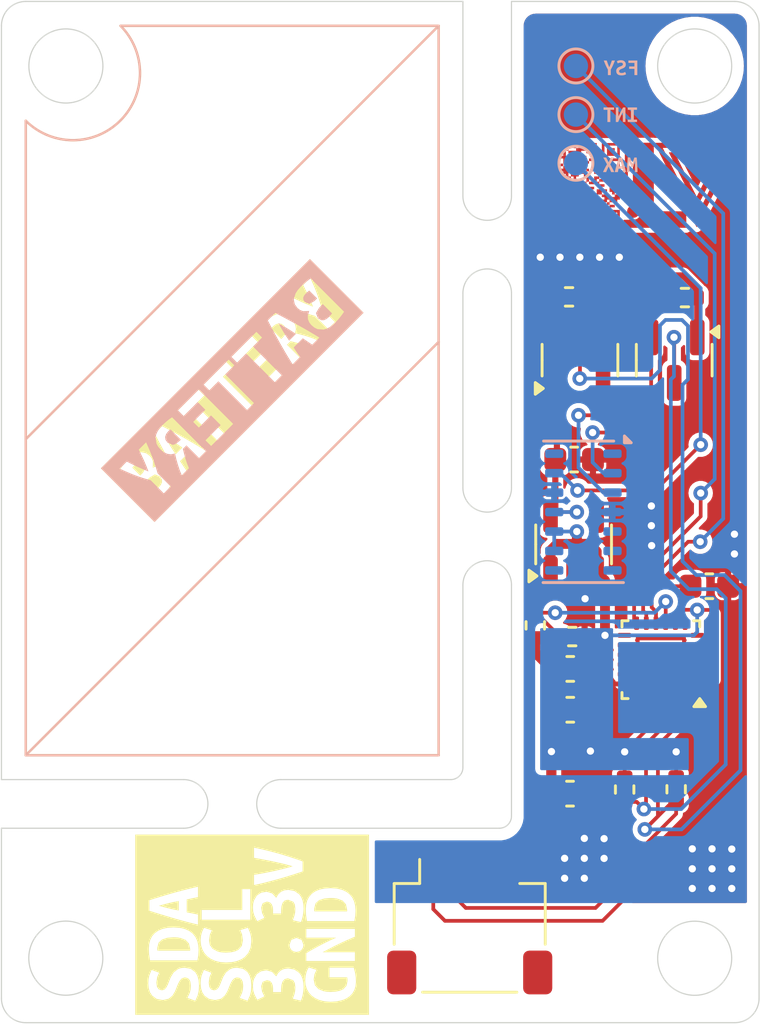
<source format=kicad_pcb>
(kicad_pcb (version 20240108) (generator "pcbnew") (generator_version "8.0")
  (layers (0 "F.Cu" signal) (31 "B.Cu" signal) (34 "B.Paste" user) (35 "F.Paste" user) (36 "B.SilkS" user "B.Silkscreen") (37 "F.SilkS" user "F.Silkscreen") (38 "B.Mask" user) (39 "F.Mask" user) (44 "Edge.Cuts" user))
  (net 0 "")
  (net 1 "GND")
  (net 2 "VDDIO")
  (net 3 "Net-(U2-REGOUT)")
  (net 4 "SDA")
  (net 5 "SCL")
  (net 8 "+1V8")
  (net 9 "SCL_1V8")
  (net 10 "SDA_1V8")
  (net 11 "Net-(U2-AD0{slash}MISO)")
  (net 12 "Net-(U2-FSYNC)")
  (net 13 "Net-(U2-INT)")
  (net 14 "Net-(U3-~{INT})")
  (footprint "Resistor_SMD:R_0402_1005Metric" (layer "F.Cu") (at 196.96 70.9)
    (property "Reference" "R2" (hide yes))
    (property "Value" "10K" (hide yes))
  )
  (footprint "Capacitor_SMD:C_0603_1608Metric" (layer "F.Cu") (at 196.88 73.91)
    (property "Reference" "C2" (hide yes))
    (property "Value" "10nF 16V" (hide yes))
  )
  (footprint "Capacitor_SMD:C_0603_1608Metric" (layer "F.Cu") (at 202.605 68.83)
    (property "Reference" "C5" (hide yes))
    (property "Value" "100nF 16V" (hide yes))
  )
  (footprint "Resistor_SMD:R_0402_1005Metric" (layer "F.Cu") (at 196.83 56.93)
    (property "Reference" "R3" (hide yes))
    (property "Value" "10K" (hide yes))
  )
  (footprint "Resistor_SMD:R_0402_1005Metric" (layer "F.Cu") (at 195.44 70.44 90)
    (property "Reference" "R1" (hide yes))
    (property "Value" "0R" (hide yes))
  )
  (footprint "Resistor_SMD:R_0402_1005Metric" (layer "F.Cu") (at 201.6 56.96 180)
    (property "Reference" "R4" (hide yes))
    (property "Value" "10K" (hide yes))
  )
  (footprint "Package_TO_SOT_SMD:SOT-23" (layer "F.Cu") (at 197.28 59.5325 90)
    (property "Reference" "Q2" (hide yes))
    (property "Value" "BSS138" (hide yes))
  )
  (footprint "kibuzzard-68103EF6" (layer "F.Cu") (at 182.96 60.782787 45)
    (property "Reference" "kibuzzard-68103EF6" (hide yes))
    (property "Value" "G***" (hide yes))
  )
  (footprint "Package_TO_SOT_SMD:SOT-23-5" (layer "F.Cu") (at 197.0175 67.11 90)
    (property "Reference" "U1" (hide yes))
    (property "Value" "LN1134A182MR-G" (hide yes))
  )
  (footprint "Panelization Pretty:mouse-bite-2mm-slot" (layer "F.Cu") (at 182.96 77.782057)
    (property "Reference" "mouse-bite-2mm-slot" (hide yes))
    (property "Value" "VAL**" (hide yes))
  )
  (footprint "Resistor_SMD:R_0402_1005Metric" (layer "F.Cu") (at 199.12 77.19 90)
    (property "Reference" "R6" (hide yes))
    (property "Value" "10K" (hide yes))
  )
  (footprint "kibuzzard-680F686F" (layer "F.Cu") (at 183.78 82.75 90)
    (property "Reference" "kibuzzard-680F686F" (hide yes))
    (property "Value" "G***" (hide yes))
  )
  (footprint "LOGO" (layer "F.Cu") (at 201.58 52.38 180)
    (property "Reference" "G***" (hide yes))
    (property "Value" "LOGO" (hide yes))
  )
  (footprint "Capacitor_SMD:C_0603_1608Metric" (layer "F.Cu") (at 196.87 77.36)
    (property "Reference" "C4" (hide yes))
    (property "Value" "100nF 16V" (hide yes))
  )
  (footprint "LOGO" (layer "F.Cu") (at 201.58 52.38 180)
    (property "Reference" "G***" (hide yes))
    (property "Value" "LOGO" (hide yes))
  )
  (footprint "Capacitor_SMD:C_0603_1608Metric" (layer "F.Cu") (at 197.04 63.62)
    (property "Reference" "C3" (hide yes))
    (property "Value" "2.2uF 16V" (hide yes))
  )
  (footprint "LOGO" (layer "F.Cu") (at 197.175006 52.349894 180)
    (property "Reference" "G***" (hide yes))
    (property "Value" "LOGO" (hide yes))
  )
  (footprint "Connector_JST:JST_SH_SM04B-SRSS-TB_1x04-1MP_P1.00mm_Horizontal" (layer "F.Cu") (at 192.74 82.84)
    (property "Reference" "J1" (hide yes))
    (property "Value" "JST SH1.0" (hide yes))
  )
  (footprint "Panelization Pretty:mouse-bite-2mm-slot" (layer "F.Cu") (at 193.46 66.782057 90)
    (property "Reference" "mouse-bite-2mm-slot" (hide yes))
    (property "Value" "VAL**" (hide yes))
  )
  (footprint "Panelization Pretty:mouse-bite-2mm-slot" (layer "F.Cu") (at 193.46 54.782057 90)
    (property "Reference" "mouse-bite-2mm-slot" (hide yes))
    (property "Value" "VAL**" (hide yes))
  )
  (footprint "Package_TO_SOT_SMD:SOT-23" (layer "F.Cu") (at 201.16 59.5325 -90)
    (property "Reference" "Q1" (hide yes))
    (property "Value" "BSS138" (hide yes))
  )
  (footprint "Sensor_Motion:InvenSense_QFN-24_3x3mm_P0.4mm_NoMask" (layer "F.Cu") (at 200.61 71.85 180)
    (property "Reference" "U2" (hide yes))
    (property "Value" "MPU-9250" (hide yes))
  )
  (footprint "Capacitor_SMD:C_0603_1608Metric" (layer "F.Cu") (at 196.88 72.23)
    (property "Reference" "C1" (hide yes))
    (property "Value" "1uF 16V" (hide yes))
  )
  (footprint "Resistor_SMD:R_0402_1005Metric" (layer "F.Cu") (at 201.24 77.18 90)
    (property "Reference" "R5" (hide yes))
    (property "Value" "10K" (hide yes))
  )
  (footprint "LOGO" (layer "F.Cu") (at 197.175006 52.349894 180)
    (property "Reference" "G***" (hide yes))
    (property "Value" "LOGO" (hide yes))
  )
  (footprint "TestPoint:TestPoint_Pad_D1.0mm" (layer "B.Cu") (at 197.112764 47.435183)
    (property "Reference" "TP1" (hide yes))
    (property "Value" "MPU_FSYNC" (hide yes))
  )
  (footprint "OptoDevice:Maxim_OLGA-14_3.3x5.6mm_P0.8mm" (layer "B.Cu") (at 197.42 65.78 180)
    (property "Reference" "U3" (hide yes))
    (property "Value" "MAX30102" (hide yes))
  )
  (footprint "TestPoint:TestPoint_Pad_D1.0mm" (layer "B.Cu") (at 197.112764 49.435183)
    (property "Reference" "TP2" (hide yes))
    (property "Value" "MPU_INT" (hide yes))
  )
  (footprint "kibuzzard-680F6BAF" (layer "B.Cu") (at 198.95 47.51 180)
    (property "Reference" "kibuzzard-680F6BAF" (hide yes))
    (property "Value" "G***" (hide yes))
  )
  (footprint "TestPoint:TestPoint_Pad_D1.0mm" (layer "B.Cu") (at 197.112764 51.435183)
    (property "Reference" "TP3" (hide yes))
    (property "Value" "MAX_INT" (hide yes))
  )
  (footprint "kibuzzard-680F6B73" (layer "B.Cu") (at 198.94 51.5 180)
    (property "Reference" "kibuzzard-680F6B73" (hide yes))
    (property "Value" "G***" (hide yes))
  )
  (footprint "kibuzzard-680F6B94" (layer "B.Cu") (at 198.94 49.44 180)
    (property "Reference" "kibuzzard-680F6B94" (hide yes))
    (property "Value" "G***" (hide yes))
  )
  (footprint "kibuzzard-68103EF6" (layer "B.Cu") (at 182.961029 60.782273 -135)
    (property "Reference" "kibuzzard-68103EF6" (hide yes))
    (property "Value" "G***" (hide yes))
  )
  (gr_line (start 174.46 75.782057) (end 191.46 75.782057) (stroke (width 0.1)) (layer "B.SilkS"))
  (gr_line (start 174.46 75.782057) (end 174.46 49.687443) (stroke (width 0.1)) (layer "B.SilkS"))
  (gr_arc (start 178.363926 45.783517) (mid 178.363926 49.687443) (end 174.46 49.687443) (stroke (width 0.1)) (layer "B.SilkS"))
  (gr_line (start 191.46 45.783517) (end 174.46 62.783517) (stroke (width 0.1)) (layer "B.SilkS"))
  (gr_line (start 178.363926 45.783517) (end 191.46 45.783517) (stroke (width 0.1)) (layer "B.SilkS"))
  (gr_line (start 191.46 45.783517) (end 191.46 75.782057) (stroke (width 0.1)) (layer "B.SilkS"))
  (gr_line (start 174.46 75.782057) (end 191.462057 58.78) (stroke (width 0.1)) (layer "B.SilkS"))
  (gr_line (start 178.363926 45.783517) (end 191.46 45.783517) (stroke (width 0.1)) (layer "F.SilkS"))
  (gr_line (start 191.46 45.783517) (end 174.46 62.783517) (stroke (width 0.1)) (layer "F.SilkS"))
  (gr_arc (start 178.363926 45.783517) (mid 178.363926 49.687443) (end 174.46 49.687443) (stroke (width 0.1)) (layer "F.SilkS"))
  (gr_line (start 174.46 75.782057) (end 174.46 49.687443) (stroke (width 0.1)) (layer "F.SilkS"))
  (gr_line (start 174.46 75.782057) (end 191.46 58.782057) (stroke (width 0.1)) (layer "F.SilkS"))
  (gr_line (start 191.46 45.783517) (end 191.46 75.782057) (stroke (width 0.1)) (layer "F.SilkS"))
  (gr_line (start 174.46 75.782057) (end 191.46 75.782057) (stroke (width 0.1)) (layer "F.SilkS"))
  (gr_line (start 204.652638 85.778057) (end 204.652638 45.782057) (stroke (width 0.05)) (layer "Edge.Cuts"))
  (gr_arc (start 203.652638 44.782057) (mid 204.359735 45.074961) (end 204.652638 45.782057) (stroke (width 0.05)) (layer "Edge.Cuts"))
  (gr_arc (start 174.459638 86.778057) (mid 173.752531 86.485164) (end 173.459638 85.778057) (stroke (width 0.05)) (layer "Edge.Cuts"))
  (gr_circle (center 176.109183 84.124942) (end 176.109183 85.648942) (stroke (width 0.05)) (fill none) (layer "Edge.Cuts"))
  (gr_line (start 173.459638 85.778057) (end 173.459638 78.782057) (stroke (width 0.05)) (layer "Edge.Cuts"))
  (gr_line (start 174.459638 86.778057) (end 203.652638 86.778057) (stroke (width 0.05)) (layer "Edge.Cuts"))
  (gr_line (start 192.46 64.782057) (end 192.46 56.782057) (stroke (width 0.05)) (layer "Edge.Cuts"))
  (gr_arc (start 194.46 78.282057) (mid 194.313555 78.635612) (end 193.96 78.782057) (stroke (width 0.05)) (layer "Edge.Cuts"))
  (gr_arc (start 184.96 78.782057) (mid 183.960043 77.782057) (end 184.96 76.782057) (stroke (width 0.05)) (layer "Edge.Cuts"))
  (gr_line (start 180.96 76.782057) (end 173.4596 76.782057) (stroke (width 0.05)) (layer "Edge.Cuts"))
  (gr_line (start 192.46 76.282057) (end 192.46 68.782057) (stroke (width 0.05)) (layer "Edge.Cuts"))
  (gr_arc (start 194.46 64.782057) (mid 193.46 65.782057) (end 192.46 64.782057) (stroke (width 0.05)) (layer "Edge.Cuts"))
  (gr_circle (center 202.003083 47.435183) (end 202.003083 45.911183) (stroke (width 0.05)) (fill none) (layer "Edge.Cuts"))
  (gr_line (start 192.46 52.782057) (end 192.46 44.782057) (stroke (width 0.05)) (layer "Edge.Cuts"))
  (gr_arc (start 173.46 45.782057) (mid 173.752894 45.074951) (end 174.46 44.782057) (stroke (width 0.05)) (layer "Edge.Cuts"))
  (gr_line (start 194.46 52.782057) (end 194.46 44.782057) (stroke (width 0.05)) (layer "Edge.Cuts"))
  (gr_arc (start 204.652638 85.778057) (mid 204.359762 86.485205) (end 203.652638 86.778057) (stroke (width 0.05)) (layer "Edge.Cuts"))
  (gr_line (start 173.46 45.782057) (end 173.46 76.782057) (stroke (width 0.05)) (layer "Edge.Cuts"))
  (gr_line (start 184.96 78.782057) (end 193.96 78.782057) (stroke (width 0.05)) (layer "Edge.Cuts"))
  (gr_arc (start 192.46 68.782057) (mid 193.46 67.782057) (end 194.46 68.782057) (stroke (width 0.05)) (layer "Edge.Cuts"))
  (gr_line (start 192.46 44.782057) (end 174.46 44.782057) (stroke (width 0.05)) (layer "Edge.Cuts"))
  (gr_line (start 173.459638 78.782057) (end 180.96 78.782057) (stroke (width 0.05)) (layer "Edge.Cuts"))
  (gr_arc (start 192.46 76.282057) (mid 192.313555 76.635612) (end 191.96 76.782057) (stroke (width 0.05)) (layer "Edge.Cuts"))
  (gr_circle (center 202.003094 84.128513) (end 203.527094 84.128513) (stroke (width 0.05)) (fill none) (layer "Edge.Cuts"))
  (gr_line (start 184.96 76.782057) (end 191.96 76.782057) (stroke (width 0.05)) (layer "Edge.Cuts"))
  (gr_arc (start 192.46 56.782057) (mid 193.46 55.782057) (end 194.46 56.782057) (stroke (width 0.05)) (layer "Edge.Cuts"))
  (gr_arc (start 180.96 76.782057) (mid 181.960043 77.782057) (end 180.96 78.782057) (stroke (width 0.05)) (layer "Edge.Cuts"))
  (gr_line (start 194.46 64.782057) (end 194.46 56.782057) (stroke (width 0.05)) (layer "Edge.Cuts"))
  (gr_arc (start 194.46 52.782057) (mid 193.46 53.782057) (end 192.46 52.782057) (stroke (width 0.05)) (layer "Edge.Cuts"))
  (gr_line (start 194.46 78.282057) (end 194.46 68.782057) (stroke (width 0.05)) (layer "Edge.Cuts"))
  (gr_circle (center 176.112725 47.435182) (end 176.112725 48.959182) (stroke (width 0.05)) (fill none) (layer "Edge.Cuts"))
  (gr_line (start 194.459638 44.782057) (end 203.652638 44.782057) (stroke (width 0.05)) (layer "Edge.Cuts"))
  (segment (start 197.0175 68.2475) (end 197.0175 68.8713) (width 0.4064) (layer "F.Cu") (net 1))
  (segment (start 197.0175 68.8713) (end 197.49 69.3438) (width 0.4064) (layer "F.Cu") (net 1))
  (via (at 203.64 66.69) (size 0.6) (drill 0.3) (layers "F.Cu" "B.Cu") (net 1))
  (via (at 197.46 80.84) (size 0.6) (drill 0.3) (layers "F.Cu" "B.Cu") (net 1))
  (via (at 198.0872 55.3) (size 0.6) (drill 0.3) (layers "F.Cu" "B.Cu") (net 1))
  (via (at 200.22 65.53) (size 0.6) (drill 0.3) (layers "F.Cu" "B.Cu") (net 1))
  (via (at 200.22 66.34) (size 0.6) (drill 0.3) (layers "F.Cu" "B.Cu") (net 1))
  (via (at 198.9 55.3) (size 0.6) (drill 0.3) (layers "F.Cu" "B.Cu") (net 1))
  (via (at 197.49 69.3438) (size 0.6) (drill 0.3) (layers "F.Cu" "B.Cu") (net 1))
  (via (at 201.9044 81.26) (size 0.6) (drill 0.3) (layers "F.Cu" "B.Cu") (net 1))
  (via (at 197.46 79.2) (size 0.6) (drill 0.3) (layers "F.Cu" "B.Cu") (net 1))
  (via (at 197.46 80.02) (size 0.6) (drill 0.3) (layers "F.Cu" "B.Cu") (net 1))
  (via (at 198.2728 80.0228) (size 0.6) (drill 0.3) (layers "F.Cu" "B.Cu") (net 1))
  (via (at 196.6472 80.02) (size 0.6) (drill 0.3) (layers "F.Cu" "B.Cu") (net 1))
  (via (at 200.230312 67.160312) (size 0.6) (drill 0.3) (layers "F.Cu" "B.Cu") (net 1))
  (via (at 195.6444 55.3) (size 0.6) (drill 0.3) (layers "F.Cu" "B.Cu") (net 1))
  (via (at 203.53 79.64) (size 0.6) (drill 0.3) (layers "F.Cu" "B.Cu") (net 1))
  (via (at 203.64 67.5028) (size 0.6) (drill 0.3) (layers "F.Cu" "B.Cu") (net 1))
  (via (at 202.7172 81.26) (size 0.6) (drill 0.3) (layers "F.Cu" "B.Cu") (net 1))
  (via (at 197.2744 55.3) (size 0.6) (drill 0.3) (layers "F.Cu" "B.Cu") (net 1))
  (via (at 202.7172 80.45) (size 0.6) (drill 0.3) (layers "F.Cu" "B.Cu") (net 1))
  (via (at 203.53 81.26) (size 0.6) (drill 0.3) (layers "F.Cu" "B.Cu") (net 1))
  (via (at 196.6472 80.84) (size 0.6) (drill 0.3) (layers "F.Cu" "B.Cu") (net 1))
  (via (at 201.9044 80.45) (size 0.6) (drill 0.3) (layers "F.Cu" "B.Cu") (net 1))
  (via (at 203.53 80.4528) (size 0.6) (drill 0.3) (layers "F.Cu" "B.Cu") (net 1))
  (via (at 202.7172 79.63) (size 0.6) (drill 0.3) (layers "F.Cu" "B.Cu") (net 1))
  (via (at 201.9044 79.63) (size 0.6) (drill 0.3) (layers "F.Cu" "B.Cu") (net 1))
  (via (at 198.2728 79.21) (size 0.6) (drill 0.3) (layers "F.Cu" "B.Cu") (net 1))
  (via (at 196.4572 55.3) (size 0.6) (drill 0.3) (layers "F.Cu" "B.Cu") (net 1))
  (segment (start 197.49 69.3438) (end 199.5362 69.3438) (width 0.4064) (layer "B.Cu") (net 1))
  (segment (start 200.230312 68.649688) (end 200.230312 67.160312) (width 0.4064) (layer "B.Cu") (net 1))
  (segment (start 199.5362 69.3438) (end 200.230312 68.649688) (width 0.4064) (layer "B.Cu") (net 1))
  (segment (start 202.634109 69.804109) (end 202.8 69.97) (width 0.1524) (layer "F.Cu") (net 2))
  (segment (start 198.31 68.59) (end 198.31 70.85) (width 0.4064) (layer "F.Cu") (net 2))
  (segment (start 193.24 79.88) (end 193.24 80.84) (width 0.4064) (layer "F.Cu") (net 2))
  (segment (start 196.105 79.315) (end 195.7582 79.6618) (width 0.4064) (layer "F.Cu") (net 2))
  (segment (start 196.33 67.09) (end 196.0675 67.3525) (width 0.4064) (layer "F.Cu") (net 2))
  (segment (start 202.62 72.85) (end 202.11 72.85) (width 0.1524) (layer "F.Cu") (net 2))
  (segment (start 196.0675 67.3525) (end 196.0675 68.2475) (width 0.4064) (layer "F.Cu") (net 2))
  (segment (start 202.10698 69.804109) (end 202.101671 69.7988) (width 0.1524) (layer "F.Cu") (net 2))
  (segment (start 196.105 75.63) (end 196.105 79.315) (width 0.4064) (layer "F.Cu") (net 2))
  (segment (start 196.105 73.91) (end 196.105 75.63) (width 0.4064) (layer "F.Cu") (net 2))
  (segment (start 197.69 75.63) (end 197.71 75.61) (width 0.4064) (layer "F.Cu") (net 2))
  (segment (start 197.66 67.09) (end 196.33 67.09) (width 0.4064) (layer "F.Cu") (net 2))
  (segment (start 196.105 75.63) (end 196.105 77.35) (width 0.4064) (layer "F.Cu") (net 2))
  (segment (start 202.8 69.97) (end 202.8 72.67) (width 0.1524) (layer "F.Cu") (net 2))
  (segment (start 196.105 77.35) (end 196.095 77.36) (width 0.4064) (layer "F.Cu") (net 2))
  (segment (start 202.10698 69.804109) (end 202.634109 69.804109) (width 0.1524) (layer "F.Cu") (net 2))
  (segment (start 197.9675 68.2475) (end 198.31 68.59) (width 0.4064) (layer "F.Cu") (net 2))
  (segment (start 199.11 70.85) (end 198.31 70.85) (width 0.1524) (layer "F.Cu") (net 2))
  (segment (start 202.8 72.67) (end 202.62 72.85) (width 0.1524) (layer "F.Cu") (net 2))
  (segment (start 197.15 66.95) (end 197.15 66.580003) (width 0.4064) (layer "F.Cu") (net 2))
  (segment (start 196.105 72.23) (end 196.105 73.91) (width 0.4064) (layer "F.Cu") (net 2))
  (segment (start 200.81 73.95) (end 199.12 75.64) (width 0.1524) (layer "F.Cu") (net 2))
  (segment (start 196.095 75.64) (end 196.095 77.36) (width 0.4064) (layer "F.Cu") (net 2))
  (segment (start 201.24 76.67) (end 201.24 75.64) (width 0.1524) (layer "F.Cu") (net 2))
  (segment (start 196.105 75.63) (end 196.095 75.64) (width 0.4064) (layer "F.Cu") (net 2))
  (segment (start 197.66 67.09) (end 197.29 67.09) (width 0.4064) (layer "F.Cu") (net 2))
  (segment (start 195.7582 79.6618) (end 193.4582 79.6618) (width 0.4064) (layer "F.Cu") (net 2))
  (segment (start 202.101671 69.7988) (end 201.3212 69.7988) (width 0.1524) (layer "F.Cu") (net 2))
  (segment (start 196.105 72.23) (end 195.44 71.565) (width 0.4064) (layer "F.Cu") (net 2))
  (segment (start 200.81 73.35) (end 200.81 73.95) (width 0.1524) (layer "F.Cu") (net 2))
  (segment (start 201.21 69.91) (end 201.21 70.35) (width 0.1524) (layer "F.Cu") (net 2))
  (segment (start 197.9675 68.2475) (end 197.9675 67.3975) (width 0.4064) (layer "F.Cu") (net 2))
  (segment (start 201.3212 69.7988) (end 201.21 69.91) (width 0.1524) (layer "F.Cu") (net 2))
  (segment (start 193.4582 79.6618) (end 193.24 79.88) (width 0.4064) (layer "F.Cu") (net 2))
  (segment (start 196.105 75.63) (end 197.69 75.63) (width 0.4064) (layer "F.Cu") (net 2))
  (segment (start 197.29 67.09) (end 197.15 66.95) (width 0.4064) (layer "F.Cu") (net 2))
  (segment (start 195.44 71.565) (end 195.44 70.95) (width 0.4064) (layer "F.Cu") (net 2))
  (segment (start 197.9675 67.3975) (end 197.66 67.09) (width 0.4064) (layer "F.Cu") (net 2))
  (segment (start 199.12 76.68) (end 199.12 75.64) (width 0.1524) (layer "F.Cu") (net 2))
  (via (at 198.31 70.85) (size 0.6) (drill 0.3) (layers "F.Cu" "B.Cu") (net 2))
  (via (at 199.12 75.64) (size 0.6) (drill 0.3) (layers "F.Cu" "B.Cu") (net 2))
  (via (at 196.105 75.63) (size 0.6) (drill 0.3) (layers "F.Cu" "B.Cu") (net 2))
  (via (at 197.15 66.580003) (size 0.6) (drill 0.3) (layers "F.Cu" "B.Cu") (net 2))
  (via (at 202.10698 69.804109) (size 0.6) (drill 0.3) (layers "F.Cu" "B.Cu") (net 2))
  (via (at 197.71 75.61) (size 0.6) (drill 0.3) (layers "F.Cu" "B.Cu") (net 2))
  (via (at 201.24 75.64) (size 0.6) (drill 0.3) (layers "F.Cu" "B.Cu") (net 2))
  (segment (start 202.10698 69.804109) (end 202.10698 70.71302) (width 0.1524) (layer "B.Cu") (net 2))
  (segment (start 197.149997 66.58) (end 197.15 66.580003) (width 0.1524) (layer "B.Cu") (net 2))
  (segment (start 201.24 75.64) (end 199.12 75.64) (width 0.1524) (layer "B.Cu") (net 2))
  (segment (start 202.10698 70.71302) (end 201.97 70.85) (width 0.1524) (layer "B.Cu") (net 2))
  (segment (start 196.22 66.58) (end 197.149997 66.58) (width 0.1524) (layer "B.Cu") (net 2))
  (segment (start 201.97 70.85) (end 198.31 70.85) (width 0.1524) (layer "B.Cu") (net 2))
  (segment (start 196.22 67.38) (end 196.22 66.58) (width 0.1524) (layer "B.Cu") (net 2))
  (segment (start 200.2338 69.0162) (end 200.42 68.83) (width 0.1524) (layer "F.Cu") (net 3))
  (segment (start 200.42 68.83) (end 201.83 68.83) (width 0.1524) (layer "F.Cu") (net 3))
  (segment (start 200.2338 69.69867) (end 200.2338 69.0162) (width 0.1524) (layer "F.Cu") (net 3))
  (segment (start 200.41 69.87487) (end 200.2338 69.69867) (width 0.1524) (layer "F.Cu") (net 3))
  (segment (start 200.41 70.35) (end 200.41 69.87487) (width 0.1524) (layer "F.Cu") (net 3))
  (segment (start 199.95 78.83) (end 200.488369 78.291631) (width 0.1524) (layer "F.Cu") (net 4))
  (segment (start 191.24 82.11) (end 191.72 82.59) (width 0.1524) (layer "F.Cu") (net 4))
  (segment (start 198.21 82.59) (end 199.63 81.17) (width 0.1524) (layer "F.Cu") (net 4))
  (segment (start 201.61 74.25) (end 201.61 73.35) (width 0.1524) (layer "F.Cu") (net 4))
  (segment (start 200.488369 78.291631) (end 200.488369 75.371631) (width 0.1524) (layer "F.Cu") (net 4))
  (segment (start 201.09 77.69) (end 201.24 77.69) (width 0.1524) (layer "F.Cu") (net 4))
  (segment (start 191.72 82.59) (end 198.21 82.59) (width 0.1524) (layer "F.Cu") (net 4))
  (segment (start 200.488369 75.371631) (end 201.61 74.25) (width 0.1524) (layer "F.Cu") (net 4))
  (segment (start 201.24 78.19) (end 201.24 77.69) (width 0.1524) (layer "F.Cu") (net 4))
  (segment (start 197.28 58.595) (end 197.28 60.28) (width 0.1524) (layer "F.Cu") (net 4))
  (segment (start 199.63 79.8) (end 201.24 78.19) (width 0.1524) (layer "F.Cu") (net 4))
  (segment (start 199.63 81.17) (end 199.63 79.8) (width 0.1524) (layer "F.Cu") (net 4))
  (segment (start 199.95 78.83) (end 201.09 77.69) (width 0.1524) (layer "F.Cu") (net 4))
  (segment (start 197.28 60.28) (end 197.27 60.29) (width 0.1524) (layer "F.Cu") (net 4))
  (segment (start 191.24 80.84) (end 191.24 82.11) (width 0.1524) (layer "F.Cu") (net 4))
  (via (at 199.95 78.83) (size 0.6) (drill 0.3) (layers "F.Cu" "B.Cu") (net 4))
  (via (at 197.27 60.29) (size 0.6) (drill 0.3) (layers "F.Cu" "B.Cu") (net 4))
  (segment (start 203.89 76.4) (end 201.46 78.83) (width 0.1524) (layer "B.Cu") (net 4))
  (segment (start 201.5024 67.8024) (end 202.07 68.37) (width 0.1524) (layer "B.Cu") (net 4))
  (segment (start 202.07 68.37) (end 203.23 68.37) (width 0.1524) (layer "B.Cu") (net 4))
  (segment (start 200.5738 58.1062) (end 200.8 57.88) (width 0.1524) (layer "B.Cu") (net 4))
  (segment (start 200.8 57.88) (end 201.48 57.88) (width 0.1524) (layer "B.Cu") (net 4))
  (segment (start 203.23 68.37) (end 203.89 69.03) (width 0.1524) (layer "B.Cu") (net 4))
  (segment (start 203.89 69.03) (end 203.89 76.4) (width 0.1524) (layer "B.Cu") (net 4))
  (segment (start 201.7262 60.3238) (end 201.5024 60.5476) (width 0.1524) (layer "B.Cu") (net 4))
  (segment (start 201.7262 58.1262) (end 201.7262 60.3238) (width 0.1524) (layer "B.Cu") (net 4))
  (segment (start 201.46 78.83) (end 199.95 78.83) (width 0.1524) (layer "B.Cu") (net 4))
  (segment (start 200.23 60.29) (end 200.5738 59.9462) (width 0.1524) (layer "B.Cu") (net 4))
  (segment (start 201.48 57.88) (end 201.7262 58.1262) (width 0.1524) (layer "B.Cu") (net 4))
  (segment (start 200.5738 59.9462) (end 200.5738 58.1062) (width 0.1524) (layer "B.Cu") (net 4))
  (segment (start 197.27 60.29) (end 200.23 60.29) (width 0.1524) (layer "B.Cu") (net 4))
  (segment (start 201.5024 60.5476) (end 201.5024 67.8024) (width 0.1524) (layer "B.Cu") (net 4))
  (segment (start 192.24 81.72) (end 192.24 80.84) (width 0.1524) (layer "F.Cu") (net 5))
  (segment (start 192.58 82.06) (end 192.24 81.72) (width 0.1524) (layer "F.Cu") (net 5))
  (segment (start 199.618679 77.7) (end 199.12 77.7) (width 0.1524) (layer "F.Cu") (net 5))
  (segment (start 199.12 80.86) (end 197.92 82.06) (width 0.1524) (layer "F.Cu") (net 5))
  (segment (start 201.16 60.47) (end 201.16 58.6) (width 0.1524) (layer "F.Cu") (net 5))
  (segment (start 199.12 77.7) (end 199.12 80.86) (width 0.1524) (layer "F.Cu") (net 5))
  (segment (start 200 75.33) (end 201.21 74.12) (width 0.1524) (layer "F.Cu") (net 5))
  (segment (start 199.912169 77.99349) (end 200 77.905659) (width 0.1524) (layer "F.Cu") (net 5))
  (segment (start 197.92 82.06) (end 192.58 82.06) (width 0.1524) (layer "F.Cu") (net 5))
  (segment (start 200 77.905659) (end 200 75.33) (width 0.1524) (layer "F.Cu") (net 5))
  (segment (start 199.912169 77.99349) (end 199.618679 77.7) (width 0.1524) (layer "F.Cu") (net 5))
  (segment (start 201.21 74.12) (end 201.21 73.35) (width 0.1524) (layer "F.Cu") (net 5))
  (segment (start 201.16 58.6) (end 201.15 58.59) (width 0.1524) (layer "F.Cu") (net 5))
  (via (at 201.15 58.59) (size 0.6) (drill 0.3) (layers "F.Cu" "B.Cu") (net 5))
  (via (at 199.912169 77.99349) (size 0.6) (drill 0.3) (layers "F.Cu" "B.Cu") (net 5))
  (segment (start 201.15 60.198368) (end 201.02 60.328368) (width 0.1524) (layer "B.Cu") (net 5))
  (segment (start 201.15 58.59) (end 200.991749 58.748251) (width 0.1524) (layer "B.Cu") (net 5))
  (segment (start 201.448142 77.99349) (end 199.912169 77.99349) (width 0.1524) (layer "B.Cu") (net 5))
  (segment (start 201.02 60.328368) (end 201.02 68.21) (width 0.1524) (layer "B.Cu") (net 5))
  (segment (start 201.76 68.95) (end 202.91 68.95) (width 0.1524) (layer "B.Cu") (net 5))
  (segment (start 201.02 68.21) (end 201.76 68.95) (width 0.1524) (layer "B.Cu") (net 5))
  (segment (start 201.15 58.906501) (end 201.15 60.198368) (width 0.1524) (layer "B.Cu") (net 5))
  (segment (start 200.991749 58.748251) (end 201.15 58.906501) (width 0.1524) (layer "B.Cu") (net 5))
  (segment (start 203.2812 76.160432) (end 201.448142 77.99349) (width 0.1524) (layer "B.Cu") (net 5))
  (segment (start 203.2812 69.3212) (end 203.2812 76.160432) (width 0.1524) (layer "B.Cu") (net 5))
  (segment (start 202.91 68.95) (end 203.2812 69.3212) (width 0.1524) (layer "B.Cu") (net 5))
  (segment (start 196.33 56.94) (end 196.32 56.93) (width 0.254) (layer "F.Cu") (net 8))
  (segment (start 197.15 65.78) (end 196.26 65.78) (width 0.1524) (layer "F.Cu") (net 8))
  (segment (start 196.32 56.59) (end 196.32 56.93) (width 0.254) (layer "F.Cu") (net 8))
  (segment (start 202.11 56.96) (end 202.11 56.64) (width 0.254) (layer "F.Cu") (net 8))
  (segment (start 196.33 60.47) (end 196.33 63.555) (width 0.254) (layer "F.Cu") (net 8))
  (segment (start 196.33 63.555) (end 196.265 63.62) (width 0.254) (layer "F.Cu") (net 8))
  (segment (start 202.11 56.64) (end 201.52 56.05) (width 0.254) (layer "F.Cu") (net 8))
  (segment (start 196.33 60.47) (end 196.33 56.94) (width 0.254) (layer "F.Cu") (net 8))
  (segment (start 201.52 56.05) (end 196.86 56.05) (width 0.254) (layer "F.Cu") (net 8))
  (segment (start 196.26 65.78) (end 196.0675 65.9725) (width 0.1524) (layer "F.Cu") (net 8))
  (segment (start 196.86 56.05) (end 196.32 56.59) (width 0.254) (layer "F.Cu") (net 8))
  (segment (start 196.265 63.62) (end 196.265 65.775) (width 0.254) (layer "F.Cu") (net 8))
  (segment (start 202.11 58.595) (end 202.11 56.96) (width 0.254) (layer "F.Cu") (net 8))
  (segment (start 196.265 65.775) (end 196.0675 65.9725) (width 0.254) (layer "F.Cu") (net 8))
  (via (at 197.15 65.78) (size 0.6) (drill 0.3) (layers "F.Cu" "B.Cu") (net 8))
  (segment (start 196.22 65.78) (end 197.15 65.78) (width 0.1524) (layer "B.Cu") (net 8))
  (segment (start 200.38 56.96) (end 201.09 56.96) (width 0.1524) (layer "F.Cu") (net 9))
  (segment (start 200.21 62.26) (end 200.21 58.595) (width 0.1524) (layer "F.Cu") (net 9))
  (segment (start 200.21 58.595) (end 200.21 57.13) (width 0.1524) (layer "F.Cu") (net 9))
  (segment (start 200.21 57.13) (end 200.38 56.96) (width 0.1524) (layer "F.Cu") (net 9))
  (segment (start 197.8 62.51) (end 199.96 62.51) (width 0.1524) (layer "F.Cu") (net 9))
  (segment (start 199.96 62.51) (end 200.21 62.26) (width 0.1524) (layer "F.Cu") (net 9))
  (via (at 197.8 62.51) (size 0.6) (drill 0.3) (layers "F.Cu" "B.Cu") (net 9))
  (segment (start 197.8 63.734999) (end 197.8 62.51) (width 0.1524) (layer "B.Cu") (net 9))
  (segment (start 198.62 64.18) (end 198.245001 64.18) (width 0.1524) (layer "B.Cu") (net 9))
  (segment (start 198.245001 64.18) (end 197.8 63.734999) (width 0.1524) (layer "B.Cu") (net 9))
  (segment (start 198.03 56.93) (end 198.23 57.13) (width 0.1524) (layer "F.Cu") (net 10))
  (segment (start 198.23 61.49) (end 198.23 60.47) (width 0.1524) (layer "F.Cu") (net 10))
  (segment (start 197.92 61.8) (end 198.23 61.49) (width 0.1524) (layer "F.Cu") (net 10))
  (segment (start 197.34 56.93) (end 198.03 56.93) (width 0.1524) (layer "F.Cu") (net 10))
  (segment (start 197.22 61.8) (end 197.92 61.8) (width 0.1524) (layer "F.Cu") (net 10))
  (segment (start 198.23 57.13) (end 198.23 60.47) (width 0.1524) (layer "F.Cu") (net 10))
  (via (at 197.22 61.8) (size 0.6) (drill 0.3) (layers "F.Cu" "B.Cu") (net 10))
  (segment (start 198.62 64.98) (end 198.245001 64.98) (width 0.1524) (layer "B.Cu") (net 10))
  (segment (start 198.245001 64.98) (end 197.22 63.954999) (width 0.1524) (layer "B.Cu") (net 10))
  (segment (start 197.22 63.954999) (end 197.22 61.8) (width 0.1524) (layer "B.Cu") (net 10))
  (segment (start 195.44 69.93) (end 195.48 69.93) (width 0.1524) (layer "F.Cu") (net 11))
  (segment (start 195.48 69.93) (end 196.45 70.9) (width 0.1524) (layer "F.Cu") (net 11))
  (segment (start 196.26 69.92) (end 195.45 69.92) (width 0.1524) (layer "F.Cu") (net 11))
  (segment (start 195.45 69.92) (end 195.44 69.93) (width 0.1524) (layer "F.Cu") (net 11))
  (segment (start 200.81 70.35) (end 200.81 69.46) (width 0.1524) (layer "F.Cu") (net 11))
  (via (at 200.81 69.46) (size 0.6) (drill 0.3) (layers "F.Cu" "B.Cu") (net 11))
  (via (at 196.26 69.92) (size 0.6) (drill 0.3) (layers "F.Cu" "B.Cu") (net 11))
  (segment (start 200.35 69.92) (end 200.81 69.46) (width 0.1524) (layer "B.Cu") (net 11))
  (segment (start 196.26 69.92) (end 200.35 69.92) (width 0.1524) (layer "B.Cu") (net 11))
  (segment (start 200.01 69.973239) (end 200.01 70.35) (width 0.1524) (layer "F.Cu") (net 12))
  (segment (start 202.23 67) (end 201.734119 67) (width 0.1524) (layer "F.Cu") (net 12))
  (segment (start 199.8814 69.844639) (end 200.01 69.973239) (width 0.1524) (layer "F.Cu") (net 12))
  (segment (start 199.8814 68.852719) (end 199.8814 69.844639) (width 0.1524) (layer "F.Cu") (net 12))
  (segment (start 201.734119 67) (end 199.8814 68.852719) (width 0.1524) (layer "F.Cu") (net 12))
  (via (at 202.23 67) (size 0.6) (drill 0.3) (layers "F.Cu" "B.Cu") (net 12))
  (segment (start 203.1786 66.0514) (end 203.1786 53.501019) (width 0.1524) (layer "B.Cu") (net 12))
  (segment (start 203.1786 53.501019) (end 197.112764 47.435183) (width 0.1524) (layer "B.Cu") (net 12))
  (segment (start 202.23 67) (end 203.1786 66.0514) (width 0.1524) (layer "B.Cu") (net 12))
  (segment (start 202.25 65) (end 202.25 65.955495) (width 0.1524) (layer "F.Cu") (net 13))
  (segment (start 199.51 70.25) (end 199.61 70.35) (width 0.1524) (layer "F.Cu") (net 13))
  (segment (start 202.25 65.955495) (end 199.51 68.695495) (width 0.1524) (layer "F.Cu") (net 13))
  (segment (start 199.51 68.695495) (end 199.51 70.25) (width 0.1524) (layer "F.Cu") (net 13))
  (via (at 202.25 65) (size 0.6) (drill 0.3) (layers "F.Cu" "B.Cu") (net 13))
  (segment (start 202.8262 55.148619) (end 197.112764 49.435183) (width 0.1524) (layer "B.Cu") (net 13))
  (segment (start 202.25 65) (end 202.8262 64.4238) (width 0.1524) (layer "B.Cu") (net 13))
  (segment (start 202.8262 64.4238) (end 202.8262 55.148619) (width 0.1524) (layer "B.Cu") (net 13))
  (segment (start 197.18 64.89) (end 200.37 64.89) (width 0.1524) (layer "F.Cu") (net 14))
  (segment (start 200.37 64.89) (end 202.25 63.01) (width 0.1524) (layer "F.Cu") (net 14))
  (via (at 197.18 64.89) (size 0.6) (drill 0.3) (layers "F.Cu" "B.Cu") (net 14))
  (via (at 202.25 63.01) (size 0.6) (drill 0.3) (layers "F.Cu" "B.Cu") (net 14))
  (segment (start 202.25 63.01) (end 202.25 56.572419) (width 0.1524) (layer "B.Cu") (net 14))
  (segment (start 196.22 64.18) (end 196.47 64.18) (width 0.1524) (layer "B.Cu") (net 14))
  (segment (start 196.47 64.18) (end 197.18 64.89) (width 0.1524) (layer "B.Cu") (net 14))
  (segment (start 202.25 56.572419) (end 197.112764 51.435183) (width 0.1524) (layer "B.Cu") (net 14))
  (zone (net 1) (net_name "GND") (layers "F&B.Cu") (name "GND") (connect_pads (clearance 0.1)) (min_thickness 0.1) (fill yes (thermal_gap 0.1) (thermal_bridge_width 0.254))
    (polygon (pts (xy 194.46 78.77) (xy 194.46 44.78) (xy 194.47 44.77) (xy 204.66 44.77) (xy 204.66 81.85) (xy 204.65 81.86) (xy 188.83 81.86) (xy 188.83 78.77)))
  )
  (zone (net 2) (net_name "VDDIO") (layer "B.Cu") (priority 2) (connect_pads yes (clearance 0.1)) (min_thickness 0.1) (fill yes (thermal_gap 0.127) (thermal_bridge_width 0.254))
    (polygon (pts (xy 198.643 70.5528) (xy 198.643 75.074) (xy 201.76 75.074) (xy 201.76 76.391) (xy 200.8932 76.391) (xy 200.8932 76.3948) (xy 195.64 76.3948) (xy 195.64 70.5528)))
  )
)
</source>
